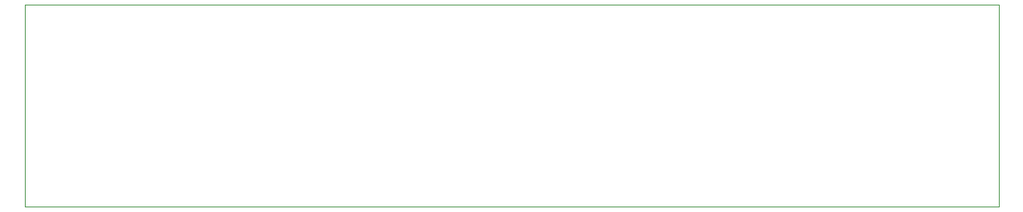
<source format=gbr>
G04 #@! TF.GenerationSoftware,KiCad,Pcbnew,(5.1.6)-1*
G04 #@! TF.CreationDate,2020-10-30T20:32:16+01:00*
G04 #@! TF.ProjectId,light-ctl,6c696768-742d-4637-946c-2e6b69636164,rev?*
G04 #@! TF.SameCoordinates,Original*
G04 #@! TF.FileFunction,Profile,NP*
%FSLAX46Y46*%
G04 Gerber Fmt 4.6, Leading zero omitted, Abs format (unit mm)*
G04 Created by KiCad (PCBNEW (5.1.6)-1) date 2020-10-30 20:32:16*
%MOMM*%
%LPD*%
G01*
G04 APERTURE LIST*
G04 #@! TA.AperFunction,Profile*
%ADD10C,0.050000*%
G04 #@! TD*
G04 APERTURE END LIST*
D10*
X100000000Y-100000000D02*
X100000000Y-122000000D01*
X206000000Y-122000000D02*
X100000000Y-122000000D01*
X206000000Y-122000000D02*
X206000000Y-100000000D01*
X100000000Y-100000000D02*
X206000000Y-100000000D01*
M02*

</source>
